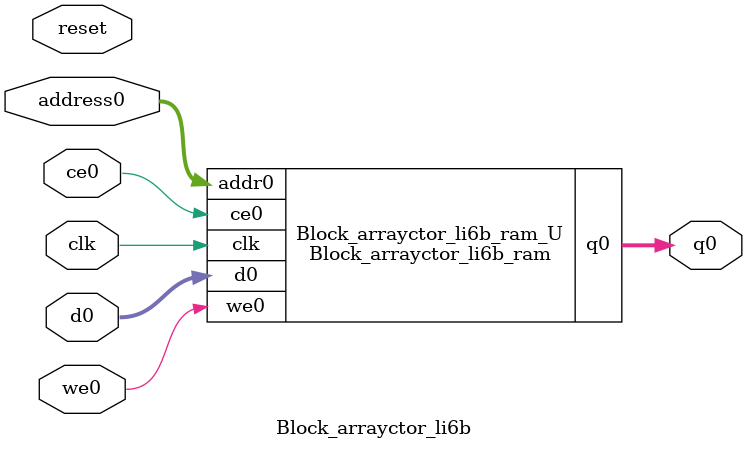
<source format=v>
`timescale 1 ns / 1 ps
module Block_arrayctor_li6b_ram (addr0, ce0, d0, we0, q0,  clk);

parameter DWIDTH = 5;
parameter AWIDTH = 12;
parameter MEM_SIZE = 2624;

input[AWIDTH-1:0] addr0;
input ce0;
input[DWIDTH-1:0] d0;
input we0;
output reg[DWIDTH-1:0] q0;
input clk;

(* ram_style = "block" *)reg [DWIDTH-1:0] ram[0:MEM_SIZE-1];




always @(posedge clk)  
begin 
    if (ce0) begin
        if (we0) 
            ram[addr0] <= d0; 
        q0 <= ram[addr0];
    end
end


endmodule

`timescale 1 ns / 1 ps
module Block_arrayctor_li6b(
    reset,
    clk,
    address0,
    ce0,
    we0,
    d0,
    q0);

parameter DataWidth = 32'd5;
parameter AddressRange = 32'd2624;
parameter AddressWidth = 32'd12;
input reset;
input clk;
input[AddressWidth - 1:0] address0;
input ce0;
input we0;
input[DataWidth - 1:0] d0;
output[DataWidth - 1:0] q0;



Block_arrayctor_li6b_ram Block_arrayctor_li6b_ram_U(
    .clk( clk ),
    .addr0( address0 ),
    .ce0( ce0 ),
    .we0( we0 ),
    .d0( d0 ),
    .q0( q0 ));

endmodule


</source>
